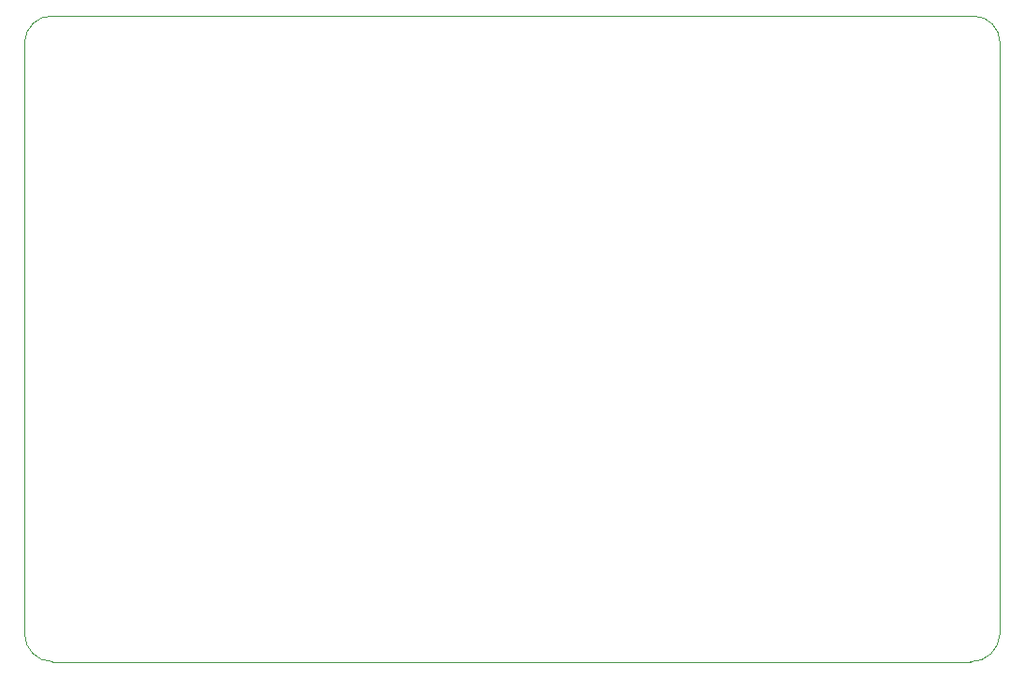
<source format=gbr>
%TF.GenerationSoftware,Altium Limited,Altium Designer,23.2.1 (34)*%
G04 Layer_Color=0*
%FSLAX45Y45*%
%MOMM*%
%TF.SameCoordinates,D2495298-5ADA-4058-9D5E-391355C30085*%
%TF.FilePolarity,Positive*%
%TF.FileFunction,Profile,NP*%
%TF.Part,Single*%
G01*
G75*
%TA.AperFunction,Profile*%
%ADD43C,0.02540*%
D43*
X3517900Y6794499D02*
G02*
X3263899Y7048500I0J254001D01*
G01*
X3263900Y12407900D01*
D02*
G02*
X3517900Y12649201I247650J-6349D01*
G01*
X11861800Y12649200D01*
D02*
G02*
X12103100Y12407900I0J-241300D01*
G01*
X12103099Y7048500D01*
D02*
G02*
X11836400Y6794500I-260349J6349D01*
G01*
X3517900Y6794499D01*
%TF.MD5,47e6ac33de92cb4f98bdde2f223e0635*%
M02*

</source>
